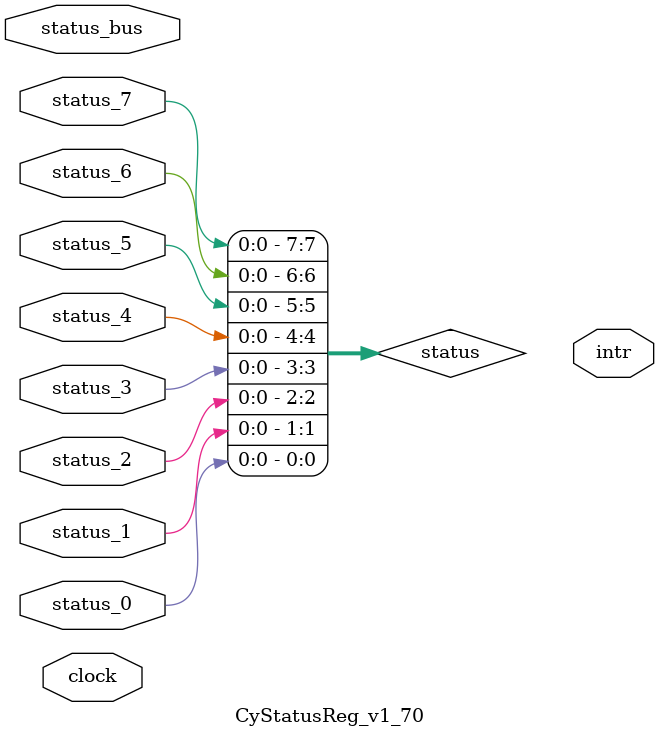
<source format=v>
/*******************************************************************************
* File Name:  CyStatusReg_v1_70.v
*
* Description:
*  Sets the value of a Status Register to match that of nets.
*
* Note:
*
********************************************************************************
* Copyright 2008-2012, Cypress Semiconductor Corporation.  All rights reserved.
* You may use this file only in accordance with the license, terms, conditions,
* disclaimers, and limitations in the end user license agreement accompanying 
* the software package with which this file was provided.
*******************************************************************************/

`include "cypress.v"

module CyStatusReg_v1_70 (
        input wire status_0,
        input wire status_1,
        input wire status_2,
        input wire status_3,
        input wire status_4,
        input wire status_5,
        input wire status_6,
        input wire status_7,
        input wire clock,
        input wire [7:0] status_bus,
        output wire intr
);

    parameter NumInputs = 8;
    wire [7:0] status;

    localparam DEFAULT_BUSVAL = 1'b0;
    parameter BusDisplay = DEFAULT_BUSVAL;

    localparam DEFAULT_INTR = 1'b0;
    parameter Interrupt = DEFAULT_INTR;

    generate
    if(BusDisplay && NumInputs > 1)
    begin
        assign status = status_bus;
    end
    else
    begin
        assign status[0] = status_0;
        assign status[1] = status_1;
        assign status[2] = status_2;
        assign status[3] = status_3;
        assign status[4] = status_4;
        assign status[5] = status_5;
        assign status[6] = status_6;
        assign status[7] = status_7;
    end
    endgenerate

    parameter [0:0] Bit0Mode = 0;
    parameter [0:0] Bit1Mode = 0;
    parameter [0:0] Bit2Mode = 0;
    parameter [0:0] Bit3Mode = 0;
    parameter [0:0] Bit4Mode = 0;
    parameter [0:0] Bit5Mode = 0;
    parameter [0:0] Bit6Mode = 0;
    parameter [0:0] Bit7Mode = 0;

    localparam DEFAULT_MASKVALUE = 127;
    parameter [7:0] MaskValue = DEFAULT_MASKVALUE;

    localparam intMask = MaskValue & ((1 << NumInputs) - 1);

    localparam ModeMask = (NumInputs == 8) ? ({Bit7Mode, Bit6Mode, Bit5Mode, Bit4Mode, Bit3Mode, Bit2Mode,
                                                        Bit1Mode, Bit0Mode}) :
                                (NumInputs == 7) ? ({0, Bit6Mode, Bit5Mode, Bit4Mode, Bit3Mode, Bit2Mode, Bit1Mode,
                                                        Bit0Mode}) :
                                (NumInputs == 6) ? ({0, 0, Bit5Mode, Bit4Mode, Bit3Mode, Bit2Mode, Bit1Mode,
                                                        Bit0Mode}) :
                                (NumInputs == 5) ? ({0, 0, 0, Bit4Mode, Bit3Mode, Bit2Mode, Bit1Mode, Bit0Mode}) :
                                (NumInputs == 4) ? ({0, 0, 0, 0, Bit3Mode, Bit2Mode, Bit1Mode, Bit0Mode}) :
                                (NumInputs == 3) ? ({0, 0, 0, 0, 0, Bit2Mode, Bit1Mode, Bit0Mode}) :
                                (NumInputs == 2) ? ({0, 0, 0, 0, 0, 0, Bit1Mode, Bit0Mode}) :
                                ({0, 0, 0, 0, 0, 0, 0, Bit0Mode});

    generate
    if(Interrupt)
    begin : sts_intr
    cy_psoc3_statusi #(.cy_force_order(1), .cy_md_select(ModeMask), .cy_int_mask(intMask))
    sts_reg(
        /* input            */  .clock(clock),
        /* input    [06:00] */  .status({status[6], status[5], status[4], status[3], status[2], status[1], status[0]}),
        /* output           */  .interrupt(intr)
    );
    end
    else
    begin : sts
    cy_psoc3_status #(.cy_force_order(1), .cy_md_select(ModeMask))
    sts_reg(
        /* input            */  .clock(clock),
        /* input    [07:00] */  .status(status)
    );
    end
    endgenerate

endmodule


</source>
